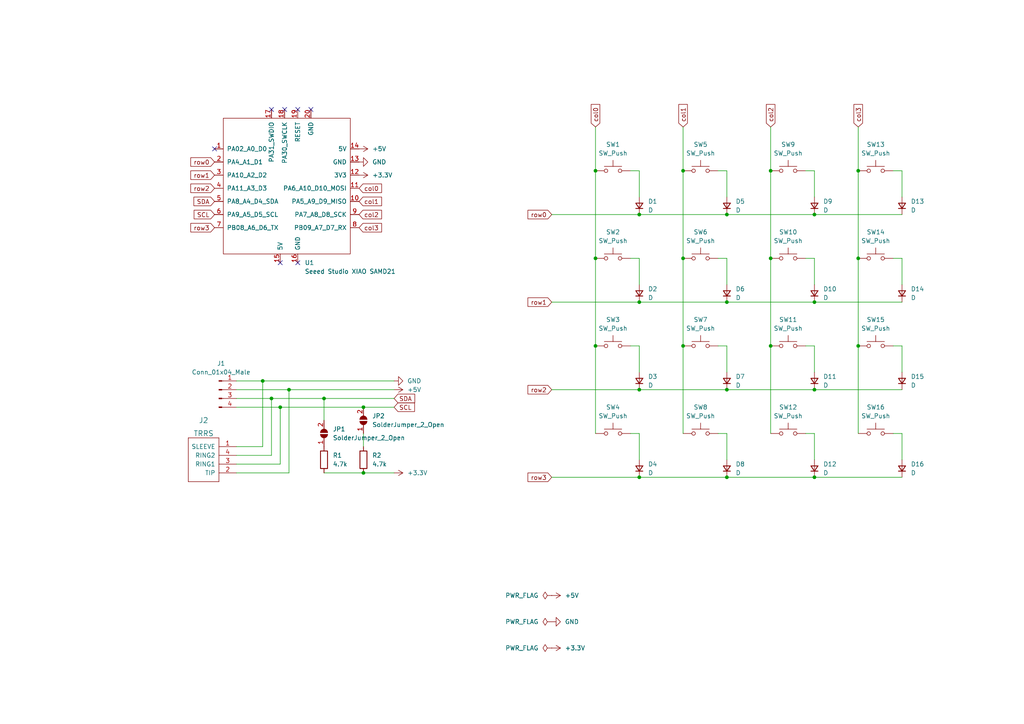
<source format=kicad_sch>
(kicad_sch (version 20211123) (generator eeschema)
  (paper "A4")
  (title_block (title "Xiaolu KBD PCB") (date "2023-03-09") (rev "1.0.0") (company "@cat_in_136"))
  (lib_symbols
    (symbol "Connector:Conn_01x04_Male" (pin_names (offset 1.016) hide)
      (property "Reference" "J" (at 0 5.08 0))
      (property "Value" "Conn_01x04_Male" (at 0 -7.62 0))
      (symbol "Conn_01x04_Male_1_1"
        (polyline (pts (xy 1.27 -5.08) (xy 0.8636 -5.08)) (stroke (width 0.1524)))
        (polyline (pts (xy 1.27 -2.54) (xy 0.8636 -2.54)) (stroke (width 0.1524)))
        (polyline (pts (xy 1.27 0) (xy 0.8636 0)) (stroke (width 0.1524)))
        (polyline (pts (xy 1.27 2.54) (xy 0.8636 2.54)) (stroke (width 0.1524)))
        (rectangle (start 0.8636 -4.953) (end 0 -5.207) (stroke (width 0.1524)) (fill (type outline)))
        (rectangle (start 0.8636 -2.413) (end 0 -2.667) (stroke (width 0.1524)) (fill (type outline)))
        (rectangle (start 0.8636 0.127) (end 0 -0.127) (stroke (width 0.1524)) (fill (type outline)))
        (rectangle (start 0.8636 2.667) (end 0 2.413) (stroke (width 0.1524)) (fill (type outline)))
        (pin passive line (at 5.08 2.54 180) (length 3.81) (name "Pin_1") (number "1"))
        (pin passive line (at 5.08 0 180) (length 3.81) (name "Pin_2") (number "2"))
        (pin passive line (at 5.08 -2.54 180) (length 3.81) (name "Pin_3") (number "3"))
        (pin passive line (at 5.08 -5.08 180) (length 3.81) (name "Pin_4") (number "4"))
      )
    )
    (symbol "Device:D_Small" (pin_numbers hide) (pin_names (offset 0.254) hide)
      (property "Reference" "D" (at -1.27 2.032 0))
      (property "Value" "D_Small" (at -3.81 -2.032 0))
      (symbol "D_Small_0_1"
        (polyline (pts (xy -0.762 -1.016) (xy -0.762 1.016)) (stroke (width 0.254)))
        (polyline (pts (xy -0.762 0) (xy 0.762 0)))
        (polyline (pts (xy 0.762 -1.016) (xy -0.762 0) (xy 0.762 1.016) (xy 0.762 -1.016)) (stroke (width 0.254)))
      )
      (symbol "D_Small_1_1"
        (pin passive line (at -2.54 0 0) (length 1.778) (name "K") (number "1"))
        (pin passive line (at 2.54 0 180) (length 1.778) (name "A") (number "2"))
      )
    )
    (symbol "Device:R" (pin_numbers hide) (pin_names (offset 0))
      (property "Reference" "R" (at 2.032 0 90))
      (property "Value" "R" (at 0 0 90))
      (symbol "R_0_1"
        (rectangle (start -1.016 -2.54) (end 1.016 2.54) (stroke (width 0.254)))
      )
      (symbol "R_1_1"
        (pin passive line (at 0 3.81 270) (length 1.27) (name "~") (number "1"))
        (pin passive line (at 0 -3.81 90) (length 1.27) (name "~") (number "2"))
      )
    )
    (symbol "Jumper:SolderJumper_2_Open" (pin_names (offset 0) hide)
      (property "Reference" "JP" (at 0 2.032 0))
      (property "Value" "SolderJumper_2_Open" (at 0 -2.54 0))
      (symbol "SolderJumper_2_Open_0_1"
        (arc (start -0.254 1.016) (mid -1.27 0) (end -0.254 -1.016))
        (arc (start -0.254 1.016) (mid -1.27 0) (end -0.254 -1.016) (fill (type outline)))
        (polyline (pts (xy -0.254 1.016) (xy -0.254 -1.016)))
        (polyline (pts (xy 0.254 1.016) (xy 0.254 -1.016)))
        (arc (start 0.254 -1.016) (mid 1.27 0) (end 0.254 1.016))
        (arc (start 0.254 -1.016) (mid 1.27 0) (end 0.254 1.016) (fill (type outline)))
      )
      (symbol "SolderJumper_2_Open_1_1"
        (pin passive line (at -3.81 0 0) (length 2.54) (name "A") (number "1"))
        (pin passive line (at 3.81 0 180) (length 2.54) (name "B") (number "2"))
      )
    )
    (symbol "Seeed_Studio_XIAO_Series:Seeed Studio XIAO SAMD21" (pin_names (offset 1.016))
      (property "Reference" "U1" (at 4.5594 -21.59 0))
      (property "Value" "Seeed Studio XIAO SAMD21" (at 4.5594 -24.13 0))
      (symbol "Seeed Studio XIAO SAMD21_0_1"
        (rectangle (start -19.05 20.32) (end 17.78 -19.05))
      )
      (symbol "Seeed Studio XIAO SAMD21_1_1"
        (pin bidirectional line (at -21.59 11.43 0) (length 2.54) (name "PA02_A0_D0") (number "1"))
        (pin bidirectional line (at 20.32 -3.81 180) (length 2.54) (name "PA5_A9_D9_MISO") (number "10"))
        (pin bidirectional line (at 20.32 0 180) (length 2.54) (name "PA6_A10_D10_MOSI") (number "11"))
        (pin power_in line (at 20.32 3.81 180) (length 2.54) (name "3V3") (number "12"))
        (pin power_in line (at 20.32 7.62 180) (length 2.54) (name "GND") (number "13"))
        (pin power_in line (at 20.32 11.43 180) (length 2.54) (name "5V") (number "14"))
        (pin input line (at -2.54 -21.59 90) (length 2.54) (name "5V") (number "15"))
        (pin input line (at 2.54 -21.59 90) (length 2.54) (name "GND") (number "16"))
        (pin input line (at -5.08 22.86 270) (length 2.54) (name "PA31_SWDIO") (number "17"))
        (pin input line (at -1.27 22.86 270) (length 2.54) (name "PA30_SWCLK") (number "18"))
        (pin input line (at 2.54 22.86 270) (length 2.54) (name "RESET") (number "19"))
        (pin bidirectional line (at -21.59 7.62 0) (length 2.54) (name "PA4_A1_D1") (number "2"))
        (pin input line (at 6.35 22.86 270) (length 2.54) (name "GND") (number "20"))
        (pin bidirectional line (at -21.59 3.81 0) (length 2.54) (name "PA10_A2_D2") (number "3"))
        (pin bidirectional line (at -21.59 0 0) (length 2.54) (name "PA11_A3_D3") (number "4"))
        (pin bidirectional line (at -21.59 -3.81 0) (length 2.54) (name "PA8_A4_D4_SDA") (number "5"))
        (pin bidirectional line (at -21.59 -7.62 0) (length 2.54) (name "PA9_A5_D5_SCL") (number "6"))
        (pin bidirectional line (at -21.59 -11.43 0) (length 2.54) (name "PB08_A6_D6_TX") (number "7"))
        (pin bidirectional line (at 20.32 -11.43 180) (length 2.54) (name "PB09_A7_D7_RX") (number "8"))
        (pin bidirectional line (at 20.32 -7.62 180) (length 2.54) (name "PA7_A8_D8_SCK") (number "9"))
      )
    )
    (symbol "Switch:SW_Push" (pin_numbers hide) (pin_names (offset 1.016) hide)
      (property "Reference" "SW" (at 1.27 2.54 0))
      (property "Value" "SW_Push" (at 0 -1.524 0))
      (symbol "SW_Push_0_1"
        (circle (center -2.032 0) (radius 0.508))
        (polyline (pts (xy 0 1.27) (xy 0 3.048)))
        (polyline (pts (xy 2.54 1.27) (xy -2.54 1.27)))
        (circle (center 2.032 0) (radius 0.508))
        (pin passive line (at -5.08 0 0) (length 2.54) (name "1") (number "1"))
        (pin passive line (at 5.08 0 180) (length 2.54) (name "2") (number "2"))
      )
    )
    (symbol "keebio:TRRS" (pin_names (offset 1.016))
      (property "Reference" "U" (at 0 15.24 0))
      (property "Value" "TRRS" (at 0 -2.54 0))
      (symbol "TRRS_0_1"
        (rectangle (start -3.81 0) (end -3.81 12.7))
        (rectangle (start -3.81 12.7) (end 5.08 12.7))
        (rectangle (start 5.08 0) (end -3.81 0))
        (rectangle (start 5.08 12.7) (end 5.08 0))
      )
      (symbol "TRRS_1_1"
        (pin input line (at -8.89 2.54 0) (length 5.08) (name "SLEEVE") (number "1"))
        (pin input line (at -8.89 10.16 0) (length 5.08) (name "TIP") (number "2"))
        (pin input line (at -8.89 7.62 0) (length 5.08) (name "RING1") (number "3"))
        (pin input line (at -8.89 5.08 0) (length 5.08) (name "RING2") (number "4"))
      )
    )
    (symbol "power:+3.3V" (power) (pin_names (offset 0))
      (property "Value" "+3.3V" (at 0 3.556 0))
      (symbol "+3.3V_0_1"
        (polyline (pts (xy -0.762 1.27) (xy 0 2.54)))
        (polyline (pts (xy 0 0) (xy 0 2.54)))
        (polyline (pts (xy 0 2.54) (xy 0.762 1.27)))
      )
      (symbol "+3.3V_1_1"
        (pin power_in line (at 0 0 90) (length 0) hide (name "+3.3V") (number "1"))
      )
    )
    (symbol "power:+5V" (power) (pin_names (offset 0))
      (property "Value" "+5V" (at 0 3.556 0))
      (symbol "+5V_0_1"
        (polyline (pts (xy -0.762 1.27) (xy 0 2.54)))
        (polyline (pts (xy 0 0) (xy 0 2.54)))
        (polyline (pts (xy 0 2.54) (xy 0.762 1.27)))
      )
      (symbol "+5V_1_1"
        (pin power_in line (at 0 0 90) (length 0) hide (name "+5V") (number "1"))
      )
    )
    (symbol "power:GND" (power) (pin_names (offset 0))
      (property "Value" "GND" (at 0 -3.81 0))
      (symbol "GND_0_1"
        (polyline (pts (xy 0 0) (xy 0 -1.27) (xy 1.27 -1.27) (xy 0 -2.54) (xy -1.27 -1.27) (xy 0 -1.27)))
      )
      (symbol "GND_1_1"
        (pin power_in line (at 0 0 270) (length 0) hide (name "GND") (number "1"))
      )
    )
    (symbol "power:PWR_FLAG" (power) (pin_numbers hide) (pin_names (offset 0) hide)
      (property "Value" "PWR_FLAG" (at 0 3.81 0))
      (symbol "PWR_FLAG_0_0"
        (pin power_out line (at 0 0 90) (length 0) (name "pwr") (number "1"))
      )
      (symbol "PWR_FLAG_0_1"
        (polyline (pts (xy 0 0) (xy 0 1.27) (xy -1.016 1.905) (xy 0 2.54) (xy 1.016 1.905) (xy 0 1.27)))
      )
    )
  )
  (junction (at 248.92 49.53))
  (junction (at 172.72 74.93))
  (junction (at 198.12 49.53))
  (junction (at 223.52 49.53))
  (junction (at 172.72 100.33))
  (junction (at 236.22 113.03))
  (junction (at 185.42 62.23))
  (junction (at 210.82 113.03))
  (junction (at 236.22 138.43))
  (junction (at 78.74 115.57))
  (junction (at 198.12 100.33))
  (junction (at 198.12 74.93))
  (junction (at 185.42 138.43))
  (junction (at 210.82 87.63))
  (junction (at 105.41 137.16))
  (junction (at 236.22 62.23))
  (junction (at 185.42 113.03))
  (junction (at 210.82 62.23))
  (junction (at 81.28 118.11))
  (junction (at 210.82 138.43))
  (junction (at 172.72 49.53))
  (junction (at 223.52 100.33))
  (junction (at 76.2 110.49))
  (junction (at 83.82 113.03))
  (junction (at 105.41 118.11))
  (junction (at 185.42 87.63))
  (junction (at 223.52 74.93))
  (junction (at 236.22 87.63))
  (junction (at 248.92 74.93))
  (junction (at 248.92 100.33))
  (junction (at 93.98 115.57))
  (no_connect (at 78.74 31.75))
  (no_connect (at 86.36 31.75))
  (no_connect (at 81.28 76.2))
  (no_connect (at 86.36 76.2))
  (no_connect (at 62.23 43.18))
  (no_connect (at 82.55 31.75))
  (no_connect (at 90.17 31.75))
  (wire (pts (xy 236.22 125.73) (xy 233.68 125.73)))
  (wire (pts (xy 185.42 100.33) (xy 182.88 100.33)))
  (wire (pts (xy 81.28 118.11) (xy 68.58 118.11)))
  (wire (pts (xy 198.12 100.33) (xy 198.12 125.73)))
  (wire (pts (xy 210.82 100.33) (xy 210.82 107.95)))
  (wire (pts (xy 185.42 87.63) (xy 210.82 87.63)))
  (wire (pts (xy 160.02 87.63) (xy 185.42 87.63)))
  (wire (pts (xy 210.82 125.73) (xy 208.28 125.73)))
  (wire (pts (xy 185.42 125.73) (xy 185.42 133.35)))
  (wire (pts (xy 236.22 113.03) (xy 261.62 113.03)))
  (wire (pts (xy 76.2 110.49) (xy 114.3 110.49)))
  (wire (pts (xy 172.72 36.83) (xy 172.72 49.53)))
  (wire (pts (xy 81.28 118.11) (xy 105.41 118.11)))
  (wire (pts (xy 68.58 132.08) (xy 78.74 132.08)))
  (wire (pts (xy 185.42 100.33) (xy 185.42 107.95)))
  (wire (pts (xy 198.12 36.83) (xy 198.12 49.53)))
  (wire (pts (xy 83.82 113.03) (xy 68.58 113.03)))
  (wire (pts (xy 185.42 113.03) (xy 210.82 113.03)))
  (wire (pts (xy 210.82 49.53) (xy 208.28 49.53)))
  (wire (pts (xy 78.74 115.57) (xy 93.98 115.57)))
  (wire (pts (xy 160.02 138.43) (xy 185.42 138.43)))
  (wire (pts (xy 76.2 110.49) (xy 68.58 110.49)))
  (wire (pts (xy 210.82 49.53) (xy 210.82 57.15)))
  (wire (pts (xy 105.41 125.73) (xy 105.41 129.54)))
  (wire (pts (xy 236.22 74.93) (xy 233.68 74.93)))
  (wire (pts (xy 261.62 100.33) (xy 259.08 100.33)))
  (wire (pts (xy 93.98 115.57) (xy 93.98 121.92)))
  (wire (pts (xy 210.82 74.93) (xy 208.28 74.93)))
  (wire (pts (xy 172.72 74.93) (xy 172.72 100.33)))
  (wire (pts (xy 223.52 36.83) (xy 223.52 49.53)))
  (wire (pts (xy 261.62 74.93) (xy 259.08 74.93)))
  (wire (pts (xy 185.42 74.93) (xy 185.42 82.55)))
  (wire (pts (xy 185.42 49.53) (xy 182.88 49.53)))
  (wire (pts (xy 236.22 138.43) (xy 261.62 138.43)))
  (wire (pts (xy 68.58 129.54) (xy 76.2 129.54)))
  (wire (pts (xy 236.22 49.53) (xy 233.68 49.53)))
  (wire (pts (xy 210.82 125.73) (xy 210.82 133.35)))
  (wire (pts (xy 236.22 100.33) (xy 236.22 107.95)))
  (wire (pts (xy 210.82 74.93) (xy 210.82 82.55)))
  (wire (pts (xy 261.62 100.33) (xy 261.62 107.95)))
  (wire (pts (xy 81.28 134.62) (xy 81.28 118.11)))
  (wire (pts (xy 185.42 62.23) (xy 210.82 62.23)))
  (wire (pts (xy 198.12 74.93) (xy 198.12 100.33)))
  (wire (pts (xy 210.82 100.33) (xy 208.28 100.33)))
  (wire (pts (xy 248.92 100.33) (xy 248.92 125.73)))
  (wire (pts (xy 93.98 115.57) (xy 114.3 115.57)))
  (wire (pts (xy 236.22 49.53) (xy 236.22 57.15)))
  (wire (pts (xy 105.41 137.16) (xy 114.3 137.16)))
  (wire (pts (xy 185.42 138.43) (xy 210.82 138.43)))
  (wire (pts (xy 160.02 62.23) (xy 185.42 62.23)))
  (wire (pts (xy 248.92 74.93) (xy 248.92 100.33)))
  (wire (pts (xy 185.42 125.73) (xy 182.88 125.73)))
  (wire (pts (xy 160.02 113.03) (xy 185.42 113.03)))
  (wire (pts (xy 78.74 115.57) (xy 68.58 115.57)))
  (wire (pts (xy 236.22 87.63) (xy 261.62 87.63)))
  (wire (pts (xy 223.52 74.93) (xy 223.52 100.33)))
  (wire (pts (xy 105.41 118.11) (xy 114.3 118.11)))
  (wire (pts (xy 223.52 49.53) (xy 223.52 74.93)))
  (wire (pts (xy 210.82 138.43) (xy 236.22 138.43)))
  (wire (pts (xy 185.42 49.53) (xy 185.42 57.15)))
  (wire (pts (xy 236.22 100.33) (xy 233.68 100.33)))
  (wire (pts (xy 78.74 132.08) (xy 78.74 115.57)))
  (wire (pts (xy 198.12 49.53) (xy 198.12 74.93)))
  (wire (pts (xy 210.82 87.63) (xy 236.22 87.63)))
  (wire (pts (xy 261.62 49.53) (xy 259.08 49.53)))
  (wire (pts (xy 210.82 113.03) (xy 236.22 113.03)))
  (wire (pts (xy 261.62 125.73) (xy 259.08 125.73)))
  (wire (pts (xy 172.72 100.33) (xy 172.72 125.73)))
  (wire (pts (xy 223.52 100.33) (xy 223.52 125.73)))
  (wire (pts (xy 185.42 74.93) (xy 182.88 74.93)))
  (wire (pts (xy 93.98 137.16) (xy 105.41 137.16)))
  (wire (pts (xy 68.58 134.62) (xy 81.28 134.62)))
  (wire (pts (xy 83.82 113.03) (xy 114.3 113.03)))
  (wire (pts (xy 83.82 137.16) (xy 83.82 113.03)))
  (wire (pts (xy 248.92 49.53) (xy 248.92 74.93)))
  (wire (pts (xy 261.62 125.73) (xy 261.62 133.35)))
  (wire (pts (xy 261.62 74.93) (xy 261.62 82.55)))
  (wire (pts (xy 236.22 62.23) (xy 261.62 62.23)))
  (wire (pts (xy 76.2 129.54) (xy 76.2 110.49)))
  (wire (pts (xy 236.22 74.93) (xy 236.22 82.55)))
  (wire (pts (xy 261.62 49.53) (xy 261.62 57.15)))
  (wire (pts (xy 172.72 49.53) (xy 172.72 74.93)))
  (wire (pts (xy 210.82 62.23) (xy 236.22 62.23)))
  (wire (pts (xy 68.58 137.16) (xy 83.82 137.16)))
  (wire (pts (xy 236.22 125.73) (xy 236.22 133.35)))
  (wire (pts (xy 248.92 36.83) (xy 248.92 49.53)))
  (global_label "col1" (shape input) (at 104.14 58.42 0) (property "シート間のリファレンス" "${INTERSHEET_REFS}" (effects hide)))
  (global_label "col3" (shape input) (at 104.14 66.04 0) (property "シート間のリファレンス" "${INTERSHEET_REFS}" (effects hide)))
  (global_label "row1" (shape input) (at 160.02 87.63 180) (property "シート間のリファレンス" "${INTERSHEET_REFS}" (effects hide)))
  (global_label "col2" (shape input) (at 104.14 62.23 0) (property "シート間のリファレンス" "${INTERSHEET_REFS}" (effects hide)))
  (global_label "SCL" (shape input) (at 114.3 118.11 0) (property "シート間のリファレンス" "${INTERSHEET_REFS}" (effects hide)))
  (global_label "col0" (shape input) (at 104.14 54.61 0) (property "シート間のリファレンス" "${INTERSHEET_REFS}" (effects hide)))
  (global_label "SDA" (shape input) (at 114.3 115.57 0) (property "シート間のリファレンス" "${INTERSHEET_REFS}" (effects hide)))
  (global_label "col1" (shape input) (at 198.12 36.83 90) (property "シート間のリファレンス" "${INTERSHEET_REFS}" (effects hide)))
  (global_label "row0" (shape input) (at 62.23 46.99 180) (property "シート間のリファレンス" "${INTERSHEET_REFS}" (effects hide)))
  (global_label "row3" (shape input) (at 62.23 66.04 180) (property "シート間のリファレンス" "${INTERSHEET_REFS}" (effects hide)))
  (global_label "SCL" (shape input) (at 62.23 62.23 180) (property "シート間のリファレンス" "${INTERSHEET_REFS}" (effects hide)))
  (global_label "row2" (shape input) (at 160.02 113.03 180) (property "シート間のリファレンス" "${INTERSHEET_REFS}" (effects hide)))
  (global_label "col0" (shape input) (at 172.72 36.83 90) (property "シート間のリファレンス" "${INTERSHEET_REFS}" (effects hide)))
  (global_label "row1" (shape input) (at 62.23 50.8 180) (property "シート間のリファレンス" "${INTERSHEET_REFS}" (effects hide)))
  (global_label "row3" (shape input) (at 160.02 138.43 180) (property "シート間のリファレンス" "${INTERSHEET_REFS}" (effects hide)))
  (global_label "col3" (shape input) (at 248.92 36.83 90) (property "シート間のリファレンス" "${INTERSHEET_REFS}" (effects hide)))
  (global_label "col2" (shape input) (at 223.52 36.83 90) (property "シート間のリファレンス" "${INTERSHEET_REFS}" (effects hide)))
  (global_label "row2" (shape input) (at 62.23 54.61 180) (property "シート間のリファレンス" "${INTERSHEET_REFS}" (effects hide)))
  (global_label "SDA" (shape input) (at 62.23 58.42 180) (property "シート間のリファレンス" "${INTERSHEET_REFS}" (effects hide)))
  (global_label "row0" (shape input) (at 160.02 62.23 180) (property "シート間のリファレンス" "${INTERSHEET_REFS}" (effects hide)))
  (symbol (lib_id "Jumper:SolderJumper_2_Open") (at 93.98 125.73 90) (unit 1)
    (property "Reference" "JP1" (at 96.52 124.4599 90) (effects (justify right)))
    (property "Value" "SolderJumper_2_Open" (at 96.52 126.9999 90) (effects (justify right)))
    (property "Footprint" "Jumper:SolderJumper-2_P1.3mm_Open_RoundedPad1.0x1.5mm" (effects hide))
  )
  (symbol (lib_id "Switch:SW_Push") (at 203.2 49.53 0) (unit 1)
    (property "Reference" "SW5" (at 203.2 41.91 0))
    (property "Value" "SW_Push" (at 203.2 44.45 0))
    (property "Footprint" "Xiaolu-Specific:SW_PUSH_Switronic_TS-AXXXH" (effects hide))
  )
  (symbol (lib_id "power:+5V") (at 104.14 43.18 270) (unit 1)
    (property "Reference" "#PWR06" (effects hide))
    (property "Value" "+5V" (at 107.95 43.1799 90) (effects (justify left)))
  )
  (symbol (lib_id "Switch:SW_Push") (at 228.6 125.73 0) (unit 1)
    (property "Reference" "SW12" (at 228.6 118.11 0))
    (property "Value" "SW_Push" (at 228.6 120.65 0))
    (property "Footprint" "Xiaolu-Specific:SW_PUSH_Switronic_TS-AXXXH" (effects hide))
  )
  (symbol (lib_id "Device:D_Small") (at 261.62 85.09 90) (unit 1)
    (property "Reference" "D14" (at 264.16 83.8199 90) (effects (justify right)))
    (property "Value" "D" (at 264.16 86.3599 90) (effects (justify right)))
    (property "Footprint" "Diode_SMD:D_SOD-323" (effects hide))
    (property "LCSC Part #" "C2128" (effects hide))
  )
  (symbol (lib_id "Device:D_Small") (at 185.42 135.89 90) (unit 1)
    (property "Reference" "D4" (at 187.96 134.6199 90) (effects (justify right)))
    (property "Value" "D" (at 187.96 137.1599 90) (effects (justify right)))
    (property "Footprint" "Diode_SMD:D_SOD-323" (effects hide))
    (property "LCSC Part #" "C2128" (effects hide))
  )
  (symbol (lib_id "Device:D_Small") (at 185.42 85.09 90) (unit 1)
    (property "Reference" "D2" (at 187.96 83.8199 90) (effects (justify right)))
    (property "Value" "D" (at 187.96 86.3599 90) (effects (justify right)))
    (property "Footprint" "Diode_SMD:D_SOD-323" (effects hide))
    (property "LCSC Part #" "C2128" (effects hide))
  )
  (symbol (lib_id "Device:D_Small") (at 210.82 85.09 90) (unit 1)
    (property "Reference" "D6" (at 213.36 83.8199 90) (effects (justify right)))
    (property "Value" "D" (at 213.36 86.3599 90) (effects (justify right)))
    (property "Footprint" "Diode_SMD:D_SOD-323" (effects hide))
    (property "LCSC Part #" "C2128" (effects hide))
  )
  (symbol (lib_id "power:GND") (at 160.02 180.34 90) (unit 1)
    (property "Reference" "#PWR010" (effects hide))
    (property "Value" "GND" (at 163.83 180.3399 90) (effects (justify right)))
  )
  (symbol (lib_id "power:GND") (at 114.3 110.49 90) (unit 1)
    (property "Reference" "#PWR01" (effects hide))
    (property "Value" "GND" (at 118.11 110.4899 90) (effects (justify right)))
  )
  (symbol (lib_id "Switch:SW_Push") (at 177.8 125.73 0) (unit 1)
    (property "Reference" "SW4" (at 177.8 118.11 0))
    (property "Value" "SW_Push" (at 177.8 120.65 0))
    (property "Footprint" "Xiaolu-Specific:SW_PUSH_Switronic_TS-AXXXH" (effects hide))
  )
  (symbol (lib_id "Device:D_Small") (at 261.62 59.69 90) (unit 1)
    (property "Reference" "D13" (at 264.16 58.4199 90) (effects (justify right)))
    (property "Value" "D" (at 264.16 60.9599 90) (effects (justify right)))
    (property "Footprint" "Diode_SMD:D_SOD-323" (effects hide))
    (property "LCSC Part #" "C2128" (effects hide))
  )
  (symbol (lib_id "Switch:SW_Push") (at 228.6 49.53 0) (unit 1)
    (property "Reference" "SW9" (at 228.6 41.91 0))
    (property "Value" "SW_Push" (at 228.6 44.45 0))
    (property "Footprint" "Xiaolu-Specific:SW_PUSH_Switronic_TS-AXXXH" (effects hide))
  )
  (symbol (lib_id "Seeed_Studio_XIAO_Series:Seeed Studio XIAO SAMD21") (at 83.82 54.61 0) (unit 1)
    (property "Reference" "U1" (at 88.3794 76.2 0) (effects (justify left)))
    (property "Value" "Seeed Studio XIAO SAMD21" (at 88.3794 78.74 0) (effects (justify left)))
    (property "Footprint" "Xiaolu-Specific:XIAO-Generic-Hybrid-14P-2.54-21X17.8MM" (effects hide))
  )
  (symbol (lib_id "Device:D_Small") (at 210.82 135.89 90) (unit 1)
    (property "Reference" "D8" (at 213.36 134.6199 90) (effects (justify right)))
    (property "Value" "D" (at 213.36 137.1599 90) (effects (justify right)))
    (property "Footprint" "Diode_SMD:D_SOD-323" (effects hide))
    (property "LCSC Part #" "C2128" (effects hide))
  )
  (symbol (lib_id "Jumper:SolderJumper_2_Open") (at 105.41 121.92 90) (unit 1)
    (property "Reference" "JP2" (at 107.95 120.6499 90) (effects (justify right)))
    (property "Value" "SolderJumper_2_Open" (at 107.95 123.1899 90) (effects (justify right)))
    (property "Footprint" "Jumper:SolderJumper-2_P1.3mm_Open_RoundedPad1.0x1.5mm" (effects hide))
  )
  (symbol (lib_id "Device:R") (at 93.98 133.35 0) (unit 1)
    (property "Reference" "R1" (at 96.52 132.0799 0) (effects (justify left)))
    (property "Value" "4.7k" (at 96.52 134.6199 0) (effects (justify left)))
    (property "Footprint" "Resistor_SMD:R_0402_1005Metric" (effects hide))
    (property "LCSC Part #" "C25900" (effects hide))
  )
  (symbol (lib_id "power:+3.3V") (at 160.02 187.96 270) (unit 1)
    (property "Reference" "#PWR011" (effects hide))
    (property "Value" "+3.3V" (at 163.83 187.9599 90) (effects (justify left)))
  )
  (symbol (lib_id "power:+3.3V") (at 104.14 50.8 270) (unit 1)
    (property "Reference" "#PWR08" (effects hide))
    (property "Value" "+3.3V" (at 107.95 50.7999 90) (effects (justify left)))
  )
  (symbol (lib_id "Device:D_Small") (at 236.22 110.49 90) (unit 1)
    (property "Reference" "D11" (at 238.76 109.2199 90) (effects (justify right)))
    (property "Value" "D" (at 238.76 111.7599 90) (effects (justify right)))
    (property "Footprint" "Diode_SMD:D_SOD-323" (effects hide))
    (property "LCSC Part #" "C2128" (effects hide))
  )
  (symbol (lib_id "power:+3.3V") (at 114.3 137.16 270) (unit 1)
    (property "Reference" "#PWR0101" (effects hide))
    (property "Value" "+3.3V" (at 118.11 137.1599 90) (effects (justify left)))
  )
  (symbol (lib_id "Device:D_Small") (at 261.62 110.49 90) (unit 1)
    (property "Reference" "D15" (at 264.16 109.2199 90) (effects (justify right)))
    (property "Value" "D" (at 264.16 111.7599 90) (effects (justify right)))
    (property "Footprint" "Diode_SMD:D_SOD-323" (effects hide))
    (property "LCSC Part #" "C2128" (effects hide))
  )
  (symbol (lib_id "power:+5V") (at 160.02 172.72 270) (unit 1)
    (property "Reference" "#PWR09" (effects hide))
    (property "Value" "+5V" (at 163.83 172.7199 90) (effects (justify left)))
  )
  (symbol (lib_id "Switch:SW_Push") (at 254 100.33 0) (unit 1)
    (property "Reference" "SW15" (at 254 92.71 0))
    (property "Value" "SW_Push" (at 254 95.25 0))
    (property "Footprint" "Xiaolu-Specific:SW_PUSH_Switronic_TS-AXXXH" (effects hide))
  )
  (symbol (lib_id "power:PWR_FLAG") (at 160.02 172.72 90) (unit 1)
    (property "Reference" "#FLG01" (effects hide))
    (property "Value" "PWR_FLAG" (at 156.21 172.7199 90) (effects (justify left)))
  )
  (symbol (lib_id "Device:R") (at 105.41 133.35 0) (unit 1)
    (property "Reference" "R2" (at 107.95 132.0799 0) (effects (justify left)))
    (property "Value" "4.7k" (at 107.95 134.6199 0) (effects (justify left)))
    (property "Footprint" "Resistor_SMD:R_0402_1005Metric" (effects hide))
    (property "LCSC Part #" "C25900" (effects hide))
  )
  (symbol (lib_id "keebio:TRRS") (at 59.69 127 180) (unit 1)
    (property "Reference" "J2" (at 59.055 121.92 0) (effects (font (size 1.524 1.524))))
    (property "Value" "TRRS" (at 59.055 125.73 0) (effects (font (size 1.524 1.524))))
    (property "Footprint" "Xiaolu-Specific:TRRS-PJ-320A" (effects hide))
  )
  (symbol (lib_id "Device:D_Small") (at 236.22 59.69 90) (unit 1)
    (property "Reference" "D9" (at 238.76 58.4199 90) (effects (justify right)))
    (property "Value" "D" (at 238.76 60.9599 90) (effects (justify right)))
    (property "Footprint" "Diode_SMD:D_SOD-323" (effects hide))
    (property "LCSC Part #" "C2128" (effects hide))
  )
  (symbol (lib_id "Switch:SW_Push") (at 177.8 74.93 0) (unit 1)
    (property "Reference" "SW2" (at 177.8 67.31 0))
    (property "Value" "SW_Push" (at 177.8 69.85 0))
    (property "Footprint" "Xiaolu-Specific:SW_PUSH_Switronic_TS-AXXXH" (effects hide))
  )
  (symbol (lib_id "Switch:SW_Push") (at 254 49.53 0) (unit 1)
    (property "Reference" "SW13" (at 254 41.91 0))
    (property "Value" "SW_Push" (at 254 44.45 0))
    (property "Footprint" "Xiaolu-Specific:SW_PUSH_Switronic_TS-AXXXH" (effects hide))
  )
  (symbol (lib_id "Device:D_Small") (at 261.62 135.89 90) (unit 1)
    (property "Reference" "D16" (at 264.16 134.6199 90) (effects (justify right)))
    (property "Value" "D" (at 264.16 137.1599 90) (effects (justify right)))
    (property "Footprint" "Diode_SMD:D_SOD-323" (effects hide))
    (property "LCSC Part #" "C2128" (effects hide))
  )
  (symbol (lib_id "power:PWR_FLAG") (at 160.02 180.34 90) (unit 1)
    (property "Reference" "#FLG02" (effects hide))
    (property "Value" "PWR_FLAG" (at 156.21 180.3399 90) (effects (justify left)))
  )
  (symbol (lib_id "Switch:SW_Push") (at 254 125.73 0) (unit 1)
    (property "Reference" "SW16" (at 254 118.11 0))
    (property "Value" "SW_Push" (at 254 120.65 0))
    (property "Footprint" "Xiaolu-Specific:SW_PUSH_Switronic_TS-AXXXH" (effects hide))
  )
  (symbol (lib_id "power:GND") (at 104.14 46.99 90) (unit 1)
    (property "Reference" "#PWR07" (effects hide))
    (property "Value" "GND" (at 107.95 46.9899 90) (effects (justify right)))
  )
  (symbol (lib_id "Switch:SW_Push") (at 203.2 125.73 0) (unit 1)
    (property "Reference" "SW8" (at 203.2 118.11 0))
    (property "Value" "SW_Push" (at 203.2 120.65 0))
    (property "Footprint" "Xiaolu-Specific:SW_PUSH_Switronic_TS-AXXXH" (effects hide))
  )
  (symbol (lib_id "Switch:SW_Push") (at 177.8 49.53 0) (unit 1)
    (property "Reference" "SW1" (at 177.8 41.91 0))
    (property "Value" "SW_Push" (at 177.8 44.45 0))
    (property "Footprint" "Xiaolu-Specific:SW_PUSH_Switronic_TS-AXXXH" (effects hide))
  )
  (symbol (lib_id "Device:D_Small") (at 210.82 110.49 90) (unit 1)
    (property "Reference" "D7" (at 213.36 109.2199 90) (effects (justify right)))
    (property "Value" "D" (at 213.36 111.7599 90) (effects (justify right)))
    (property "Footprint" "Diode_SMD:D_SOD-323" (effects hide))
    (property "LCSC Part #" "C2128" (effects hide))
  )
  (symbol (lib_id "Connector:Conn_01x04_Male") (at 63.5 113.03 0) (unit 1)
    (property "Reference" "J1" (at 64.135 105.41 0))
    (property "Value" "Conn_01x04_Male" (at 64.135 107.95 0))
    (property "Footprint" "Xiaolu-Specific:NS-Tech_Grove_1x04_P2mm_Hybrid" (effects hide))
  )
  (symbol (lib_id "Device:D_Small") (at 185.42 59.69 90) (unit 1)
    (property "Reference" "D1" (at 187.96 58.4199 90) (effects (justify right)))
    (property "Value" "D" (at 187.96 60.9599 90) (effects (justify right)))
    (property "Footprint" "Diode_SMD:D_SOD-323" (effects hide))
    (property "LCSC Part #" "C2128" (effects hide))
  )
  (symbol (lib_id "power:PWR_FLAG") (at 160.02 187.96 90) (unit 1)
    (property "Reference" "#FLG03" (effects hide))
    (property "Value" "PWR_FLAG" (at 156.21 187.9599 90) (effects (justify left)))
  )
  (symbol (lib_id "Device:D_Small") (at 210.82 59.69 90) (unit 1)
    (property "Reference" "D5" (at 213.36 58.4199 90) (effects (justify right)))
    (property "Value" "D" (at 213.36 60.9599 90) (effects (justify right)))
    (property "Footprint" "Diode_SMD:D_SOD-323" (effects hide))
    (property "LCSC Part #" "C2128" (effects hide))
  )
  (symbol (lib_id "Switch:SW_Push") (at 203.2 100.33 0) (unit 1)
    (property "Reference" "SW7" (at 203.2 92.71 0))
    (property "Value" "SW_Push" (at 203.2 95.25 0))
    (property "Footprint" "Xiaolu-Specific:SW_PUSH_Switronic_TS-AXXXH" (effects hide))
  )
  (symbol (lib_id "Switch:SW_Push") (at 254 74.93 0) (unit 1)
    (property "Reference" "SW14" (at 254 67.31 0))
    (property "Value" "SW_Push" (at 254 69.85 0))
    (property "Footprint" "Xiaolu-Specific:SW_PUSH_Switronic_TS-AXXXH" (effects hide))
  )
  (symbol (lib_id "Device:D_Small") (at 236.22 85.09 90) (unit 1)
    (property "Reference" "D10" (at 238.76 83.8199 90) (effects (justify right)))
    (property "Value" "D" (at 238.76 86.3599 90) (effects (justify right)))
    (property "Footprint" "Diode_SMD:D_SOD-323" (effects hide))
    (property "LCSC Part #" "C2128" (effects hide))
  )
  (symbol (lib_id "power:+5V") (at 114.3 113.03 270) (unit 1)
    (property "Reference" "#PWR02" (effects hide))
    (property "Value" "+5V" (at 118.11 113.0299 90) (effects (justify left)))
  )
  (symbol (lib_id "Switch:SW_Push") (at 177.8 100.33 0) (unit 1)
    (property "Reference" "SW3" (at 177.8 92.71 0))
    (property "Value" "SW_Push" (at 177.8 95.25 0))
    (property "Footprint" "Xiaolu-Specific:SW_PUSH_Switronic_TS-AXXXH" (effects hide))
  )
  (symbol (lib_id "Device:D_Small") (at 185.42 110.49 90) (unit 1)
    (property "Reference" "D3" (at 187.96 109.2199 90) (effects (justify right)))
    (property "Value" "D" (at 187.96 111.7599 90) (effects (justify right)))
    (property "Footprint" "Diode_SMD:D_SOD-323" (effects hide))
    (property "LCSC Part #" "C2128" (effects hide))
  )
  (symbol (lib_id "Switch:SW_Push") (at 228.6 100.33 0) (unit 1)
    (property "Reference" "SW11" (at 228.6 92.71 0))
    (property "Value" "SW_Push" (at 228.6 95.25 0))
    (property "Footprint" "Xiaolu-Specific:SW_PUSH_Switronic_TS-AXXXH" (effects hide))
  )
  (symbol (lib_id "Device:D_Small") (at 236.22 135.89 90) (unit 1)
    (property "Reference" "D12" (at 238.76 134.6199 90) (effects (justify right)))
    (property "Value" "D" (at 238.76 137.1599 90) (effects (justify right)))
    (property "Footprint" "Diode_SMD:D_SOD-323" (effects hide))
    (property "LCSC Part #" "C2128" (effects hide))
  )
  (symbol (lib_id "Switch:SW_Push") (at 203.2 74.93 0) (unit 1)
    (property "Reference" "SW6" (at 203.2 67.31 0))
    (property "Value" "SW_Push" (at 203.2 69.85 0))
    (property "Footprint" "Xiaolu-Specific:SW_PUSH_Switronic_TS-AXXXH" (effects hide))
  )
  (symbol (lib_id "Switch:SW_Push") (at 228.6 74.93 0) (unit 1)
    (property "Reference" "SW10" (at 228.6 67.31 0))
    (property "Value" "SW_Push" (at 228.6 69.85 0))
    (property "Footprint" "Xiaolu-Specific:SW_PUSH_Switronic_TS-AXXXH" (effects hide))
  )
)
</source>
